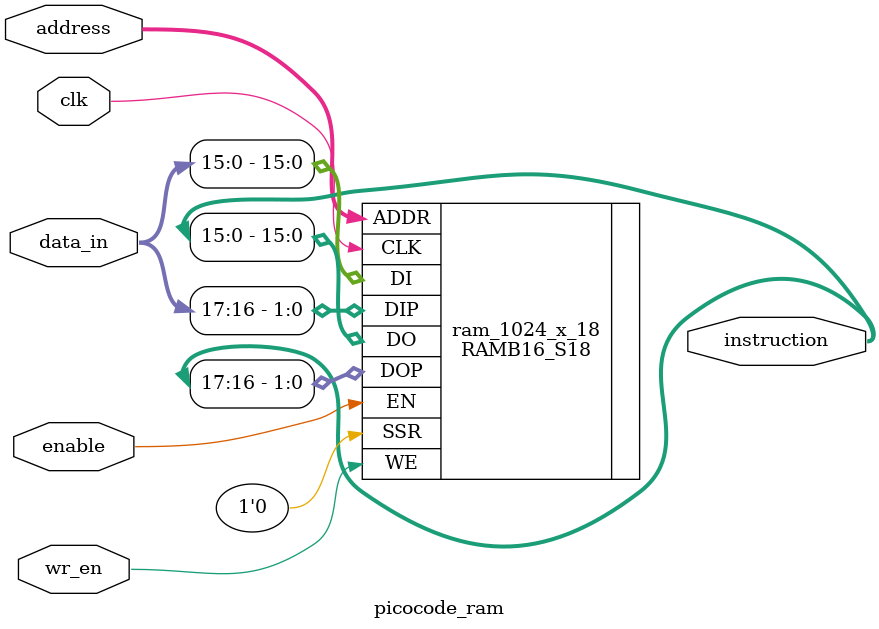
<source format=v>

module picocode_ram (
   input  wire           clk,
   input  wire [17:0]    data_in,
   input  wire           enable,
   input  wire           wr_en,
   input  wire [9:0]     address,
   output wire [17:0]    instruction 
);
      

   // 16K-bit data and 2K-bit parity synchronous single port block RAM
   // 1K X 16bit ( One instruction code is 16bit width ) 
   RAMB16_S18 ram_1024_x_18(
           .DI 	( data_in[15:0]     ),
           .DIP	( data_in[17:16]    ),
           .EN	( enable            ),
           .WE	( wr_en             ),
           .SSR	( 1'b0              ),
           .CLK	( clk               ),
           .ADDR( address           ),
           .DO	( instruction[15:0] ),
           .DOP	( instruction[17:16])
   ) ; 


endmodule 

</source>
